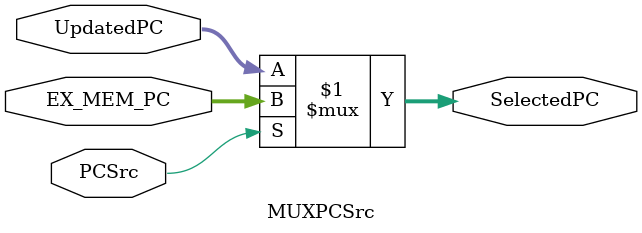
<source format=v>
`timescale 1ns / 1ps

module MUXPCSrc(
input PCSrc, 
input [31:0] UpdatedPC, EX_MEM_PC,
output [31:0]SelectedPC);

assign SelectedPC= PCSrc ? EX_MEM_PC : UpdatedPC;

endmodule

</source>
